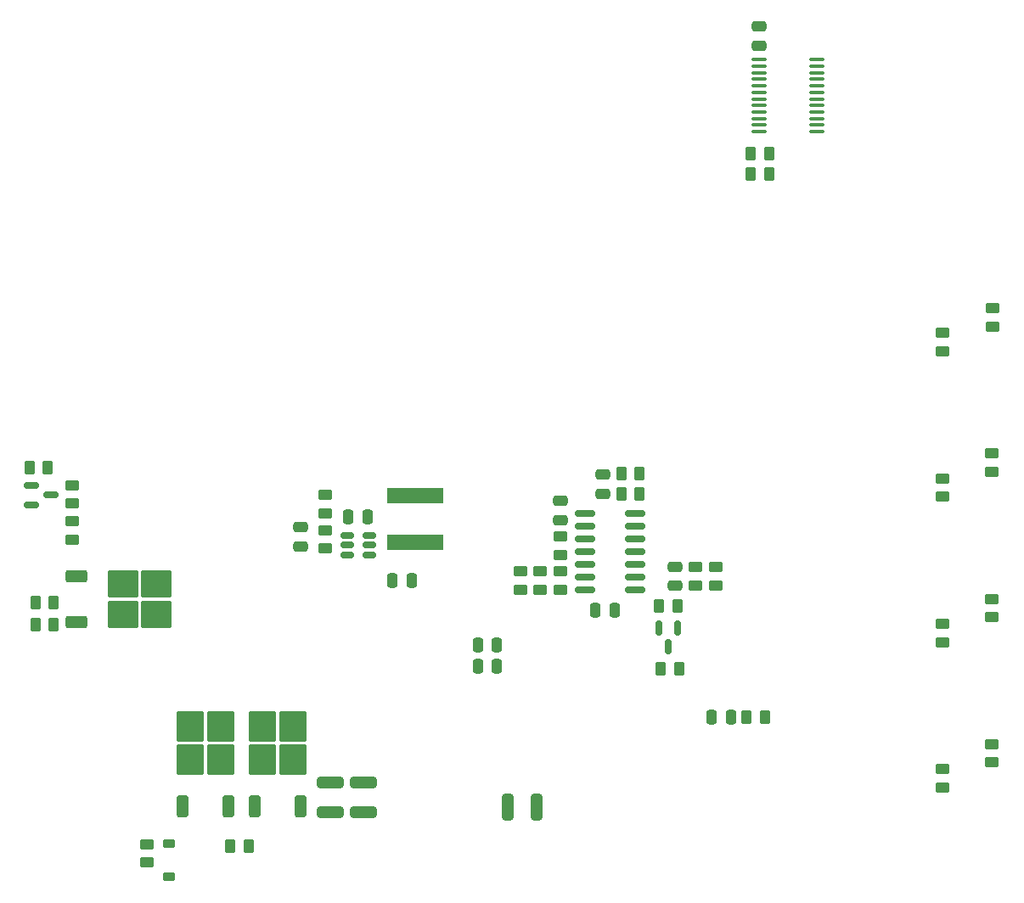
<source format=gbr>
%TF.GenerationSoftware,KiCad,Pcbnew,7.0.1*%
%TF.CreationDate,2023-04-06T21:06:24+02:00*%
%TF.ProjectId,Scout_Robot_Controller,53636f75-745f-4526-9f62-6f745f436f6e,rev?*%
%TF.SameCoordinates,Original*%
%TF.FileFunction,Paste,Bot*%
%TF.FilePolarity,Positive*%
%FSLAX46Y46*%
G04 Gerber Fmt 4.6, Leading zero omitted, Abs format (unit mm)*
G04 Created by KiCad (PCBNEW 7.0.1) date 2023-04-06 21:06:24*
%MOMM*%
%LPD*%
G01*
G04 APERTURE LIST*
G04 Aperture macros list*
%AMRoundRect*
0 Rectangle with rounded corners*
0 $1 Rounding radius*
0 $2 $3 $4 $5 $6 $7 $8 $9 X,Y pos of 4 corners*
0 Add a 4 corners polygon primitive as box body*
4,1,4,$2,$3,$4,$5,$6,$7,$8,$9,$2,$3,0*
0 Add four circle primitives for the rounded corners*
1,1,$1+$1,$2,$3*
1,1,$1+$1,$4,$5*
1,1,$1+$1,$6,$7*
1,1,$1+$1,$8,$9*
0 Add four rect primitives between the rounded corners*
20,1,$1+$1,$2,$3,$4,$5,0*
20,1,$1+$1,$4,$5,$6,$7,0*
20,1,$1+$1,$6,$7,$8,$9,0*
20,1,$1+$1,$8,$9,$2,$3,0*%
G04 Aperture macros list end*
%ADD10RoundRect,0.250000X0.450000X-0.262500X0.450000X0.262500X-0.450000X0.262500X-0.450000X-0.262500X0*%
%ADD11RoundRect,0.250000X-0.450000X0.262500X-0.450000X-0.262500X0.450000X-0.262500X0.450000X0.262500X0*%
%ADD12RoundRect,0.250000X0.250000X0.475000X-0.250000X0.475000X-0.250000X-0.475000X0.250000X-0.475000X0*%
%ADD13RoundRect,0.250000X-0.475000X0.250000X-0.475000X-0.250000X0.475000X-0.250000X0.475000X0.250000X0*%
%ADD14RoundRect,0.150000X-0.587500X-0.150000X0.587500X-0.150000X0.587500X0.150000X-0.587500X0.150000X0*%
%ADD15RoundRect,0.250000X-0.250000X-0.475000X0.250000X-0.475000X0.250000X0.475000X-0.250000X0.475000X0*%
%ADD16RoundRect,0.250000X-0.262500X-0.450000X0.262500X-0.450000X0.262500X0.450000X-0.262500X0.450000X0*%
%ADD17RoundRect,0.250000X0.262500X0.450000X-0.262500X0.450000X-0.262500X-0.450000X0.262500X-0.450000X0*%
%ADD18RoundRect,0.250000X0.350000X-0.850000X0.350000X0.850000X-0.350000X0.850000X-0.350000X-0.850000X0*%
%ADD19RoundRect,0.250000X1.125000X-1.275000X1.125000X1.275000X-1.125000X1.275000X-1.125000X-1.275000X0*%
%ADD20RoundRect,0.225000X-0.375000X0.225000X-0.375000X-0.225000X0.375000X-0.225000X0.375000X0.225000X0*%
%ADD21RoundRect,0.100000X0.637500X0.100000X-0.637500X0.100000X-0.637500X-0.100000X0.637500X-0.100000X0*%
%ADD22RoundRect,0.250000X1.075000X-0.312500X1.075000X0.312500X-1.075000X0.312500X-1.075000X-0.312500X0*%
%ADD23RoundRect,0.250000X-0.850000X-0.350000X0.850000X-0.350000X0.850000X0.350000X-0.850000X0.350000X0*%
%ADD24RoundRect,0.250000X-1.275000X-1.125000X1.275000X-1.125000X1.275000X1.125000X-1.275000X1.125000X0*%
%ADD25RoundRect,0.250000X0.475000X-0.250000X0.475000X0.250000X-0.475000X0.250000X-0.475000X-0.250000X0*%
%ADD26R,5.700000X1.600000*%
%ADD27RoundRect,0.150000X0.825000X0.150000X-0.825000X0.150000X-0.825000X-0.150000X0.825000X-0.150000X0*%
%ADD28RoundRect,0.250000X-0.312500X-1.075000X0.312500X-1.075000X0.312500X1.075000X-0.312500X1.075000X0*%
%ADD29RoundRect,0.150000X0.512500X0.150000X-0.512500X0.150000X-0.512500X-0.150000X0.512500X-0.150000X0*%
%ADD30RoundRect,0.150000X-0.150000X0.587500X-0.150000X-0.587500X0.150000X-0.587500X0.150000X0.587500X0*%
G04 APERTURE END LIST*
D10*
%TO.C,R93*%
X200100000Y-122825000D03*
X200100000Y-121000000D03*
%TD*%
D11*
%TO.C,R2*%
X113300000Y-107175000D03*
X113300000Y-109000000D03*
%TD*%
D12*
%TO.C,C2*%
X155700000Y-125200000D03*
X153800000Y-125200000D03*
%TD*%
D10*
%TO.C,R94*%
X205000000Y-105825000D03*
X205000000Y-104000000D03*
%TD*%
D13*
%TO.C,C4*%
X166250000Y-106100000D03*
X166250000Y-108000000D03*
%TD*%
D10*
%TO.C,R95*%
X200100000Y-108325000D03*
X200100000Y-106500000D03*
%TD*%
D14*
%TO.C,Q1*%
X109300000Y-109100000D03*
X109300000Y-107200000D03*
X111175000Y-108150000D03*
%TD*%
D10*
%TO.C,R92*%
X205000000Y-120325000D03*
X205000000Y-118500000D03*
%TD*%
D11*
%TO.C,R13*%
X120800000Y-142975000D03*
X120800000Y-144800000D03*
%TD*%
D13*
%TO.C,C22*%
X136062500Y-111350000D03*
X136062500Y-113250000D03*
%TD*%
D10*
%TO.C,R91*%
X200100000Y-137325000D03*
X200100000Y-135500000D03*
%TD*%
D15*
%TO.C,C16*%
X145262500Y-116650000D03*
X147162500Y-116650000D03*
%TD*%
D16*
%TO.C,R4*%
X109675000Y-118900000D03*
X111500000Y-118900000D03*
%TD*%
D11*
%TO.C,R45*%
X138562500Y-111662500D03*
X138562500Y-113487500D03*
%TD*%
D17*
%TO.C,R16*%
X173825000Y-125500000D03*
X172000000Y-125500000D03*
%TD*%
%TO.C,R18*%
X169912500Y-108000000D03*
X168087500Y-108000000D03*
%TD*%
D15*
%TO.C,C8*%
X177100000Y-130300000D03*
X179000000Y-130300000D03*
%TD*%
D16*
%TO.C,R1*%
X109075000Y-105400000D03*
X110900000Y-105400000D03*
%TD*%
D11*
%TO.C,R41*%
X162000000Y-115777500D03*
X162000000Y-117602500D03*
%TD*%
D18*
%TO.C,Q4*%
X128880000Y-139200000D03*
D19*
X125075000Y-134575000D03*
X128125000Y-134575000D03*
X125075000Y-131225000D03*
X128125000Y-131225000D03*
D18*
X124320000Y-139200000D03*
%TD*%
D17*
%TO.C,R3*%
X111500000Y-121075000D03*
X109675000Y-121075000D03*
%TD*%
D16*
%TO.C,R17*%
X168087500Y-106000000D03*
X169912500Y-106000000D03*
%TD*%
D11*
%TO.C,R5*%
X113300000Y-110787500D03*
X113300000Y-112612500D03*
%TD*%
D18*
%TO.C,Q3*%
X136080000Y-139200000D03*
D19*
X132275000Y-134575000D03*
X135325000Y-134575000D03*
X132275000Y-131225000D03*
X135325000Y-131225000D03*
D18*
X131520000Y-139200000D03*
%TD*%
D11*
%TO.C,R29*%
X175500000Y-115337500D03*
X175500000Y-117162500D03*
%TD*%
D10*
%TO.C,R36*%
X158000000Y-117575000D03*
X158000000Y-115750000D03*
%TD*%
D20*
%TO.C,D3*%
X123000000Y-142950000D03*
X123000000Y-146250000D03*
%TD*%
D12*
%TO.C,C5*%
X167400000Y-119600000D03*
X165500000Y-119600000D03*
%TD*%
D21*
%TO.C,U19*%
X187562500Y-64725000D03*
X187562500Y-65375000D03*
X187562500Y-66025000D03*
X187562500Y-66675000D03*
X187562500Y-67325000D03*
X187562500Y-67975000D03*
X187562500Y-68625000D03*
X187562500Y-69275000D03*
X187562500Y-69925000D03*
X187562500Y-70575000D03*
X187562500Y-71225000D03*
X187562500Y-71875000D03*
X181837500Y-71875000D03*
X181837500Y-71225000D03*
X181837500Y-70575000D03*
X181837500Y-69925000D03*
X181837500Y-69275000D03*
X181837500Y-68625000D03*
X181837500Y-67975000D03*
X181837500Y-67325000D03*
X181837500Y-66675000D03*
X181837500Y-66025000D03*
X181837500Y-65375000D03*
X181837500Y-64725000D03*
%TD*%
D10*
%TO.C,R97*%
X200100000Y-93812500D03*
X200100000Y-91987500D03*
%TD*%
D11*
%TO.C,R44*%
X138562500Y-108150000D03*
X138562500Y-109975000D03*
%TD*%
D22*
%TO.C,R20*%
X139100000Y-139762500D03*
X139100000Y-136837500D03*
%TD*%
D23*
%TO.C,Q2*%
X113775000Y-120805000D03*
D24*
X118400000Y-117000000D03*
X118400000Y-120050000D03*
X121750000Y-117000000D03*
X121750000Y-120050000D03*
D23*
X113775000Y-116245000D03*
%TD*%
D13*
%TO.C,C7*%
X173450000Y-115300000D03*
X173450000Y-117200000D03*
%TD*%
D25*
%TO.C,C50*%
X181800000Y-63300000D03*
X181800000Y-61400000D03*
%TD*%
D16*
%TO.C,R6*%
X180975000Y-76100000D03*
X182800000Y-76100000D03*
%TD*%
D10*
%TO.C,R96*%
X205100000Y-91325000D03*
X205100000Y-89500000D03*
%TD*%
D26*
%TO.C,L2*%
X147500000Y-112900000D03*
X147500000Y-108200000D03*
%TD*%
D10*
%TO.C,R90*%
X205000000Y-134825000D03*
X205000000Y-133000000D03*
%TD*%
%TO.C,R28*%
X177500000Y-117162500D03*
X177500000Y-115337500D03*
%TD*%
D11*
%TO.C,R37*%
X160000000Y-115750000D03*
X160000000Y-117575000D03*
%TD*%
D12*
%TO.C,C3*%
X155700000Y-123100000D03*
X153800000Y-123100000D03*
%TD*%
D27*
%TO.C,U2*%
X169450000Y-109980000D03*
X169450000Y-111250000D03*
X169450000Y-112520000D03*
X169450000Y-113790000D03*
X169450000Y-115060000D03*
X169450000Y-116330000D03*
X169450000Y-117600000D03*
X164500000Y-117600000D03*
X164500000Y-116330000D03*
X164500000Y-115060000D03*
X164500000Y-113790000D03*
X164500000Y-112520000D03*
X164500000Y-111250000D03*
X164500000Y-109980000D03*
%TD*%
D28*
%TO.C,R32*%
X156737500Y-139250000D03*
X159662500Y-139250000D03*
%TD*%
D16*
%TO.C,R7*%
X181000000Y-74100000D03*
X182825000Y-74100000D03*
%TD*%
D17*
%TO.C,R15*%
X173662500Y-119250000D03*
X171837500Y-119250000D03*
%TD*%
D16*
%TO.C,R10*%
X129075000Y-143200000D03*
X130900000Y-143200000D03*
%TD*%
D22*
%TO.C,R19*%
X142400000Y-139762500D03*
X142400000Y-136837500D03*
%TD*%
D11*
%TO.C,R35*%
X162000000Y-112292500D03*
X162000000Y-114117500D03*
%TD*%
D29*
%TO.C,U6*%
X143000000Y-112200000D03*
X143000000Y-113150000D03*
X143000000Y-114100000D03*
X140725000Y-114100000D03*
X140725000Y-113150000D03*
X140725000Y-112200000D03*
%TD*%
D15*
%TO.C,C19*%
X140862500Y-110350000D03*
X142762500Y-110350000D03*
%TD*%
D17*
%TO.C,R38*%
X182412500Y-130300000D03*
X180587500Y-130300000D03*
%TD*%
D13*
%TO.C,C9*%
X162000000Y-108750000D03*
X162000000Y-110650000D03*
%TD*%
D30*
%TO.C,Q5*%
X171800000Y-121375000D03*
X173700000Y-121375000D03*
X172750000Y-123250000D03*
%TD*%
M02*

</source>
